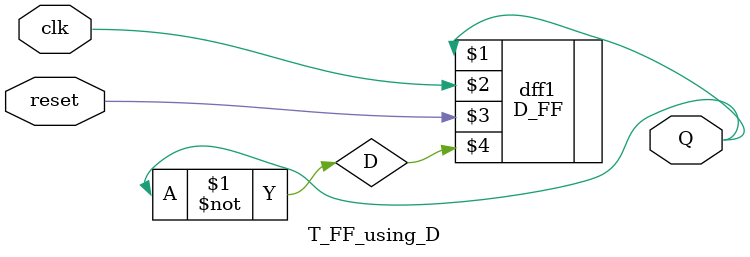
<source format=v>
module T_FF_using_D(Q,clk,reset); //in T_FF using D there is no external input T. Previous Q of D is toggled and give as input of T_FF.
input clk,reset;
output Q;
wire D;
not (D,Q);
D_FF dff1(Q,clk,reset,D); //as reset input is not used in D_FF so in T it will also not.
endmodule 

</source>
